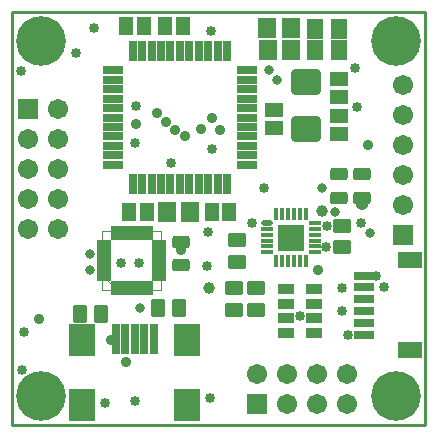
<source format=gts>
G04 Layer_Color=8388736*
%FSLAX24Y24*%
%MOIN*%
G70*
G01*
G75*
%ADD36C,0.0100*%
%ADD42C,0.0000*%
%ADD79R,0.0867X0.1064*%
%ADD80R,0.0277X0.0986*%
%ADD81R,0.0690X0.0316*%
%ADD82R,0.0789X0.0552*%
%ADD83R,0.0552X0.0356*%
%ADD84O,0.0395X0.0178*%
%ADD85R,0.0395X0.0178*%
%ADD86R,0.0178X0.0395*%
%ADD87R,0.0867X0.0867*%
%ADD88R,0.0480X0.0220*%
%ADD89R,0.0480X0.0210*%
%ADD90R,0.0480X0.0215*%
%ADD91R,0.0220X0.0480*%
%ADD92R,0.0210X0.0480*%
%ADD93R,0.0631X0.0513*%
%ADD94R,0.0631X0.0671*%
G04:AMPARAMS|DCode=95|XSize=63.1mil|YSize=47.4mil|CornerRadius=8.9mil|HoleSize=0mil|Usage=FLASHONLY|Rotation=270.000|XOffset=0mil|YOffset=0mil|HoleType=Round|Shape=RoundedRectangle|*
%AMROUNDEDRECTD95*
21,1,0.0631,0.0295,0,0,270.0*
21,1,0.0453,0.0474,0,0,270.0*
1,1,0.0178,-0.0148,-0.0226*
1,1,0.0178,-0.0148,0.0226*
1,1,0.0178,0.0148,0.0226*
1,1,0.0178,0.0148,-0.0226*
%
%ADD95ROUNDEDRECTD95*%
%ADD96R,0.0552X0.0671*%
%ADD97R,0.0513X0.0631*%
%ADD98R,0.0257X0.0710*%
%ADD99R,0.0710X0.0257*%
%ADD100R,0.0710X0.0277*%
G04:AMPARAMS|DCode=101|XSize=63.1mil|YSize=47.4mil|CornerRadius=8.9mil|HoleSize=0mil|Usage=FLASHONLY|Rotation=0.000|XOffset=0mil|YOffset=0mil|HoleType=Round|Shape=RoundedRectangle|*
%AMROUNDEDRECTD101*
21,1,0.0631,0.0295,0,0,0.0*
21,1,0.0453,0.0474,0,0,0.0*
1,1,0.0178,0.0226,-0.0148*
1,1,0.0178,-0.0226,-0.0148*
1,1,0.0178,-0.0226,0.0148*
1,1,0.0178,0.0226,0.0148*
%
%ADD101ROUNDEDRECTD101*%
G04:AMPARAMS|DCode=102|XSize=59.2mil|YSize=39.5mil|CornerRadius=7.9mil|HoleSize=0mil|Usage=FLASHONLY|Rotation=0.000|XOffset=0mil|YOffset=0mil|HoleType=Round|Shape=RoundedRectangle|*
%AMROUNDEDRECTD102*
21,1,0.0592,0.0236,0,0,0.0*
21,1,0.0433,0.0395,0,0,0.0*
1,1,0.0159,0.0217,-0.0118*
1,1,0.0159,-0.0217,-0.0118*
1,1,0.0159,-0.0217,0.0118*
1,1,0.0159,0.0217,0.0118*
%
%ADD102ROUNDEDRECTD102*%
G04:AMPARAMS|DCode=103|XSize=84.6mil|YSize=100.4mil|CornerRadius=12.8mil|HoleSize=0mil|Usage=FLASHONLY|Rotation=90.000|XOffset=0mil|YOffset=0mil|HoleType=Round|Shape=RoundedRectangle|*
%AMROUNDEDRECTD103*
21,1,0.0846,0.0748,0,0,90.0*
21,1,0.0591,0.1004,0,0,90.0*
1,1,0.0256,0.0374,0.0295*
1,1,0.0256,0.0374,-0.0295*
1,1,0.0256,-0.0374,-0.0295*
1,1,0.0256,-0.0374,0.0295*
%
%ADD103ROUNDEDRECTD103*%
%ADD104C,0.1655*%
%ADD105C,0.0671*%
%ADD106R,0.0671X0.0671*%
%ADD107R,0.0671X0.0671*%
%ADD108C,0.0336*%
%ADD109C,0.0395*%
%ADD110C,0.0316*%
%ADD111C,0.0356*%
%ADD112C,0.0474*%
D36*
X29528Y36417D02*
X43307D01*
Y22638D02*
Y36417D01*
X29528Y22638D02*
Y36417D01*
Y22638D02*
X43307D01*
D42*
X32543Y27133D02*
X34513D01*
X32543D02*
Y29103D01*
X34513D01*
Y27133D02*
Y29103D01*
X32877D02*
X32997D01*
X32877D02*
X32997D01*
X33074D02*
X33194D01*
X33074D02*
X33194D01*
X33271D02*
X33391D01*
X33271D02*
X33391D01*
X33468D02*
X33588D01*
X33468D02*
X33588D01*
X33664D02*
X33784D01*
X33664D02*
X33784D01*
X33861D02*
X33981D01*
X33861D02*
X33981D01*
X34058D02*
X34178D01*
X34058D02*
X34178D01*
X34513Y28648D02*
Y28768D01*
Y28648D02*
Y28768D01*
Y28451D02*
Y28572D01*
Y28451D02*
Y28572D01*
Y28255D02*
Y28375D01*
Y28255D02*
Y28375D01*
Y28058D02*
Y28178D01*
Y28058D02*
Y28178D01*
Y27861D02*
Y27981D01*
Y27861D02*
Y27981D01*
Y27664D02*
Y27784D01*
Y27664D02*
Y27784D01*
Y27467D02*
Y27587D01*
Y27467D02*
Y27587D01*
X34058Y27133D02*
X34178D01*
X34058D02*
X34178D01*
X33861D02*
X33981D01*
X33861D02*
X33981D01*
X33664D02*
X33784D01*
X33664D02*
X33784D01*
X33468D02*
X33588D01*
X33468D02*
X33588D01*
X33271D02*
X33391D01*
X33271D02*
X33391D01*
X33074D02*
X33194D01*
X33074D02*
X33194D01*
X32877D02*
X32997D01*
X32877D02*
X32997D01*
X32543Y27467D02*
Y27587D01*
Y27467D02*
Y27587D01*
Y27664D02*
Y27784D01*
Y27664D02*
Y27784D01*
Y27861D02*
Y27981D01*
Y27861D02*
Y27981D01*
Y28058D02*
Y28178D01*
Y28058D02*
Y28178D01*
Y28255D02*
Y28375D01*
Y28255D02*
Y28375D01*
Y28451D02*
Y28572D01*
Y28451D02*
Y28572D01*
Y28648D02*
Y28768D01*
Y28648D02*
Y28768D01*
Y27633D02*
X33043Y27133D01*
D79*
X35380Y23307D02*
D03*
X31876D02*
D03*
Y25472D02*
D03*
X35380D02*
D03*
D80*
X32998Y25511D02*
D03*
X33313D02*
D03*
X33628D02*
D03*
X33942D02*
D03*
X34257D02*
D03*
D81*
X41265Y26047D02*
D03*
Y25654D02*
D03*
Y27622D02*
D03*
Y27228D02*
D03*
Y26441D02*
D03*
Y26835D02*
D03*
D82*
X42790Y25142D02*
D03*
Y28134D02*
D03*
D83*
X38655Y26684D02*
D03*
Y27176D02*
D03*
Y26192D02*
D03*
Y25700D02*
D03*
X39600Y27176D02*
D03*
Y26684D02*
D03*
Y25700D02*
D03*
Y26192D02*
D03*
D84*
X38040Y29380D02*
D03*
D85*
Y29183D02*
D03*
Y28986D02*
D03*
Y28789D02*
D03*
Y28593D02*
D03*
Y28396D02*
D03*
X39615D02*
D03*
Y28593D02*
D03*
Y28789D02*
D03*
Y28986D02*
D03*
Y29183D02*
D03*
Y29380D02*
D03*
D86*
X38335Y28100D02*
D03*
X38532D02*
D03*
X38729D02*
D03*
X38926D02*
D03*
X39123D02*
D03*
X39320D02*
D03*
Y29675D02*
D03*
X39123D02*
D03*
X38926D02*
D03*
X38729D02*
D03*
X38532D02*
D03*
X38335D02*
D03*
D87*
X38828Y28888D02*
D03*
D88*
X32613Y27527D02*
D03*
Y28512D02*
D03*
Y28708D02*
D03*
X34443D02*
D03*
Y28512D02*
D03*
Y28315D02*
D03*
Y28118D02*
D03*
D89*
X32613Y27724D02*
D03*
Y28315D02*
D03*
X34443Y27921D02*
D03*
D90*
X32613D02*
D03*
Y28118D02*
D03*
X34443Y27724D02*
D03*
Y27527D02*
D03*
D91*
X32937Y29033D02*
D03*
X33134D02*
D03*
X33331D02*
D03*
X33528D02*
D03*
X33724D02*
D03*
X33921D02*
D03*
X34118D02*
D03*
Y27203D02*
D03*
X33134D02*
D03*
X32937D02*
D03*
D92*
X33921D02*
D03*
X33724D02*
D03*
X33528D02*
D03*
X33331D02*
D03*
D93*
X40428Y32933D02*
D03*
Y32343D02*
D03*
X38278Y33133D02*
D03*
Y32543D02*
D03*
X40428Y33573D02*
D03*
Y34163D02*
D03*
D94*
X38831Y35878D02*
D03*
X38044D02*
D03*
X38841Y35148D02*
D03*
X38054D02*
D03*
X34684Y29738D02*
D03*
X35471D02*
D03*
D95*
X34403Y26538D02*
D03*
X35112D02*
D03*
X31803Y26338D02*
D03*
X32512D02*
D03*
D96*
X39628Y35838D02*
D03*
X40428D02*
D03*
X39628Y35138D02*
D03*
X40428D02*
D03*
D97*
X35223Y35938D02*
D03*
X34632D02*
D03*
X33923D02*
D03*
X33332D02*
D03*
X33432Y29738D02*
D03*
X34023D02*
D03*
X36773Y29738D02*
D03*
X36182D02*
D03*
D98*
X33553Y35112D02*
D03*
X33868D02*
D03*
X34183D02*
D03*
X34498D02*
D03*
X34813D02*
D03*
X35128D02*
D03*
X35443D02*
D03*
X35757D02*
D03*
X36072D02*
D03*
X36387D02*
D03*
X36702D02*
D03*
X36702Y30663D02*
D03*
X36387D02*
D03*
X36072D02*
D03*
X35757D02*
D03*
X35443D02*
D03*
X35128D02*
D03*
X34813D02*
D03*
X34498D02*
D03*
X34183D02*
D03*
X33868D02*
D03*
X33553D02*
D03*
D99*
X37352Y34463D02*
D03*
Y34148D02*
D03*
Y33833D02*
D03*
Y33518D02*
D03*
Y33203D02*
D03*
Y32888D02*
D03*
Y32573D02*
D03*
Y32258D02*
D03*
Y31943D02*
D03*
Y31628D02*
D03*
Y31313D02*
D03*
X32903Y31313D02*
D03*
Y31628D02*
D03*
Y31943D02*
D03*
Y32258D02*
D03*
Y32573D02*
D03*
Y32888D02*
D03*
Y33203D02*
D03*
Y33518D02*
D03*
Y33833D02*
D03*
Y34148D02*
D03*
D100*
Y34463D02*
D03*
D101*
X36918Y26483D02*
D03*
Y27192D02*
D03*
X37648Y26483D02*
D03*
Y27192D02*
D03*
X37028Y28792D02*
D03*
Y28083D02*
D03*
X40538Y29282D02*
D03*
Y28573D02*
D03*
D102*
X35178Y27964D02*
D03*
Y28751D02*
D03*
X40428Y31002D02*
D03*
Y30214D02*
D03*
X41198Y31002D02*
D03*
Y30214D02*
D03*
D103*
X39338Y32500D02*
D03*
Y34075D02*
D03*
D104*
X30512Y35433D02*
D03*
X42323D02*
D03*
Y23622D02*
D03*
X30512D02*
D03*
D105*
X42558Y33978D02*
D03*
Y32978D02*
D03*
Y31978D02*
D03*
Y30978D02*
D03*
Y29978D02*
D03*
X31078Y33188D02*
D03*
X30078Y32188D02*
D03*
X31078D02*
D03*
X30078Y31188D02*
D03*
X31078D02*
D03*
X30078Y30188D02*
D03*
X31078D02*
D03*
X30078Y29188D02*
D03*
X31078D02*
D03*
X37698Y24328D02*
D03*
X38698Y23328D02*
D03*
Y24328D02*
D03*
X39698Y23328D02*
D03*
Y24328D02*
D03*
X40698Y23328D02*
D03*
Y24328D02*
D03*
D106*
X42558Y28978D02*
D03*
X30078Y33188D02*
D03*
D107*
X37698Y23328D02*
D03*
D108*
X33628Y32038D02*
D03*
X34828Y31388D02*
D03*
X31803Y26338D02*
D03*
X33628Y23438D02*
D03*
X29928Y25738D02*
D03*
X29878Y24488D02*
D03*
X29828Y34438D02*
D03*
X31678Y35038D02*
D03*
X36178Y35788D02*
D03*
X32278Y35888D02*
D03*
X40978Y34538D02*
D03*
X41028Y33238D02*
D03*
X38278Y33133D02*
D03*
X33432Y29738D02*
D03*
X33678Y33288D02*
D03*
X37928Y30538D02*
D03*
X36128Y23538D02*
D03*
X32628Y23388D02*
D03*
X36078Y29088D02*
D03*
X36028Y27938D02*
D03*
X37528Y29388D02*
D03*
X41178D02*
D03*
X36208Y31828D02*
D03*
X41668Y27618D02*
D03*
X41937Y27228D02*
D03*
X40518Y26441D02*
D03*
X40528Y27218D02*
D03*
X33178Y28038D02*
D03*
X33778D02*
D03*
X39128Y26288D02*
D03*
X40728Y25638D02*
D03*
X40028Y29288D02*
D03*
X39998Y28558D02*
D03*
D109*
X39878Y29788D02*
D03*
X36108Y27198D02*
D03*
D110*
X41478Y29038D02*
D03*
X40289Y29738D02*
D03*
X39878Y30538D02*
D03*
X38378Y34138D02*
D03*
X38092Y34463D02*
D03*
X32118Y28338D02*
D03*
Y27808D02*
D03*
X33798Y26548D02*
D03*
D111*
X30428Y26188D02*
D03*
X36198Y32888D02*
D03*
X36458Y32478D02*
D03*
X35838Y32508D02*
D03*
X34958Y32458D02*
D03*
X35285Y32282D02*
D03*
X34648Y32748D02*
D03*
X34348Y33038D02*
D03*
X39728Y27808D02*
D03*
X41398Y31988D02*
D03*
X32818Y25478D02*
D03*
X33328Y24728D02*
D03*
X33678Y32688D02*
D03*
X35158Y28478D02*
D03*
D112*
X35112Y26538D02*
D03*
X41208Y30048D02*
D03*
M02*

</source>
